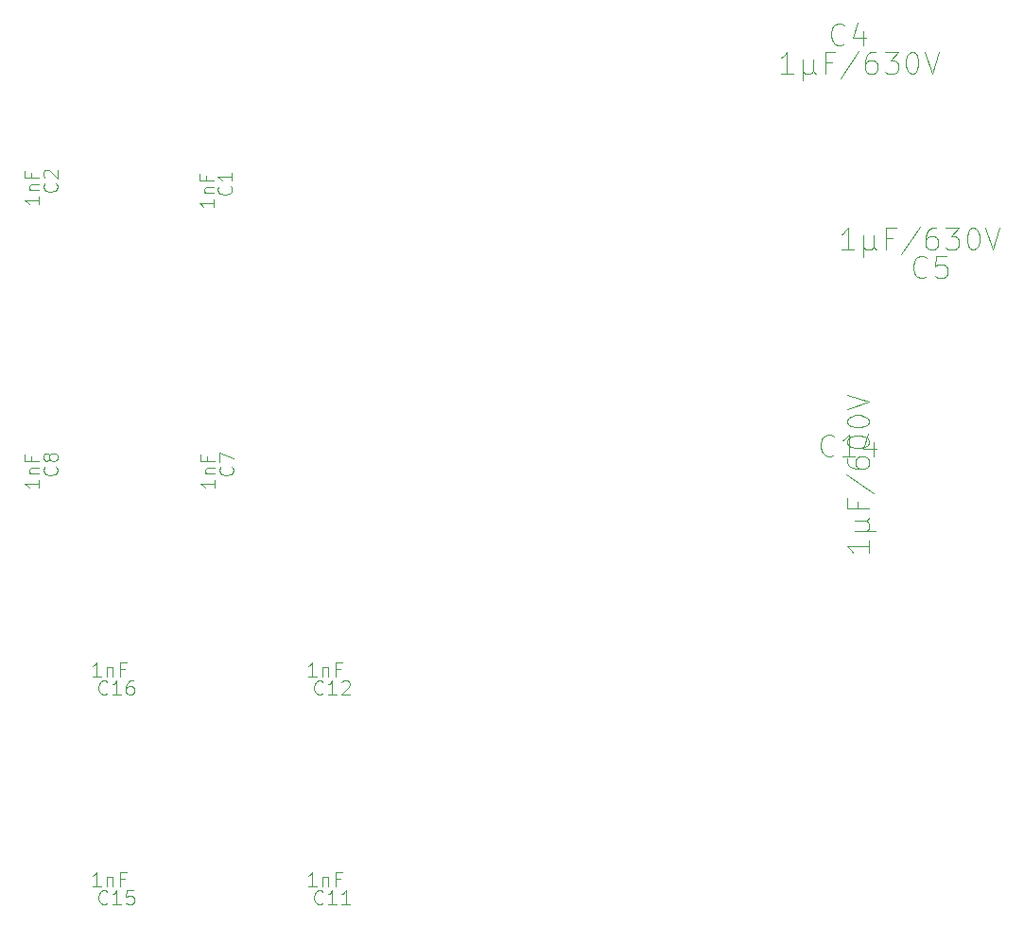
<source format=gbr>
G04 #@! TF.FileFunction,Legend,Bot*
%FSLAX46Y46*%
G04 Gerber Fmt 4.6, Leading zero omitted, Abs format (unit mm)*
G04 Created by KiCad (PCBNEW 4.0.7) date 04/22/18 21:25:17*
%MOMM*%
%LPD*%
G01*
G04 APERTURE LIST*
%ADD10C,0.100000*%
%ADD11C,0.088900*%
G04 APERTURE END LIST*
D10*
D11*
X126170267Y-36935229D02*
X126078343Y-37027152D01*
X125802572Y-37119076D01*
X125618724Y-37119076D01*
X125342952Y-37027152D01*
X125159105Y-36843305D01*
X125067181Y-36659457D01*
X124975257Y-36291762D01*
X124975257Y-36015990D01*
X125067181Y-35648295D01*
X125159105Y-35464448D01*
X125342952Y-35280600D01*
X125618724Y-35188676D01*
X125802572Y-35188676D01*
X126078343Y-35280600D01*
X126170267Y-35372524D01*
X127824895Y-35832143D02*
X127824895Y-37119076D01*
X127365276Y-35096752D02*
X126905657Y-36475610D01*
X128100667Y-36475610D01*
X121574076Y-39659076D02*
X120470990Y-39659076D01*
X121022533Y-39659076D02*
X121022533Y-37728676D01*
X120838685Y-38004448D01*
X120654838Y-38188295D01*
X120470990Y-38280219D01*
X122401390Y-38372143D02*
X122401390Y-40302543D01*
X123320628Y-39383305D02*
X123412552Y-39567152D01*
X123596400Y-39659076D01*
X122401390Y-39383305D02*
X122493314Y-39567152D01*
X122677161Y-39659076D01*
X123044857Y-39659076D01*
X123228704Y-39567152D01*
X123320628Y-39383305D01*
X123320628Y-38372143D01*
X125067181Y-38647914D02*
X124423714Y-38647914D01*
X124423714Y-39659076D02*
X124423714Y-37728676D01*
X125342952Y-37728676D01*
X127457200Y-37636752D02*
X125802572Y-40118695D01*
X128927981Y-37728676D02*
X128560286Y-37728676D01*
X128376438Y-37820600D01*
X128284515Y-37912524D01*
X128100667Y-38188295D01*
X128008743Y-38555990D01*
X128008743Y-39291381D01*
X128100667Y-39475229D01*
X128192591Y-39567152D01*
X128376438Y-39659076D01*
X128744134Y-39659076D01*
X128927981Y-39567152D01*
X129019905Y-39475229D01*
X129111829Y-39291381D01*
X129111829Y-38831762D01*
X129019905Y-38647914D01*
X128927981Y-38555990D01*
X128744134Y-38464067D01*
X128376438Y-38464067D01*
X128192591Y-38555990D01*
X128100667Y-38647914D01*
X128008743Y-38831762D01*
X129755295Y-37728676D02*
X130950305Y-37728676D01*
X130306838Y-38464067D01*
X130582610Y-38464067D01*
X130766457Y-38555990D01*
X130858381Y-38647914D01*
X130950305Y-38831762D01*
X130950305Y-39291381D01*
X130858381Y-39475229D01*
X130766457Y-39567152D01*
X130582610Y-39659076D01*
X130031067Y-39659076D01*
X129847219Y-39567152D01*
X129755295Y-39475229D01*
X132145314Y-37728676D02*
X132329162Y-37728676D01*
X132513010Y-37820600D01*
X132604933Y-37912524D01*
X132696857Y-38096371D01*
X132788781Y-38464067D01*
X132788781Y-38923686D01*
X132696857Y-39291381D01*
X132604933Y-39475229D01*
X132513010Y-39567152D01*
X132329162Y-39659076D01*
X132145314Y-39659076D01*
X131961467Y-39567152D01*
X131869543Y-39475229D01*
X131777619Y-39291381D01*
X131685695Y-38923686D01*
X131685695Y-38464067D01*
X131777619Y-38096371D01*
X131869543Y-37912524D01*
X131961467Y-37820600D01*
X132145314Y-37728676D01*
X133340324Y-37728676D02*
X133983790Y-39659076D01*
X134627257Y-37728676D01*
X133536267Y-57788629D02*
X133444343Y-57880552D01*
X133168572Y-57972476D01*
X132984724Y-57972476D01*
X132708952Y-57880552D01*
X132525105Y-57696705D01*
X132433181Y-57512857D01*
X132341257Y-57145162D01*
X132341257Y-56869390D01*
X132433181Y-56501695D01*
X132525105Y-56317848D01*
X132708952Y-56134000D01*
X132984724Y-56042076D01*
X133168572Y-56042076D01*
X133444343Y-56134000D01*
X133536267Y-56225924D01*
X135282819Y-56042076D02*
X134363581Y-56042076D01*
X134271657Y-56961314D01*
X134363581Y-56869390D01*
X134547429Y-56777467D01*
X135007048Y-56777467D01*
X135190895Y-56869390D01*
X135282819Y-56961314D01*
X135374743Y-57145162D01*
X135374743Y-57604781D01*
X135282819Y-57788629D01*
X135190895Y-57880552D01*
X135007048Y-57972476D01*
X134547429Y-57972476D01*
X134363581Y-57880552D01*
X134271657Y-57788629D01*
X127009676Y-55432476D02*
X125906590Y-55432476D01*
X126458133Y-55432476D02*
X126458133Y-53502076D01*
X126274285Y-53777848D01*
X126090438Y-53961695D01*
X125906590Y-54053619D01*
X127836990Y-54145543D02*
X127836990Y-56075943D01*
X128756228Y-55156705D02*
X128848152Y-55340552D01*
X129032000Y-55432476D01*
X127836990Y-55156705D02*
X127928914Y-55340552D01*
X128112761Y-55432476D01*
X128480457Y-55432476D01*
X128664304Y-55340552D01*
X128756228Y-55156705D01*
X128756228Y-54145543D01*
X130502781Y-54421314D02*
X129859314Y-54421314D01*
X129859314Y-55432476D02*
X129859314Y-53502076D01*
X130778552Y-53502076D01*
X132892800Y-53410152D02*
X131238172Y-55892095D01*
X134363581Y-53502076D02*
X133995886Y-53502076D01*
X133812038Y-53594000D01*
X133720115Y-53685924D01*
X133536267Y-53961695D01*
X133444343Y-54329390D01*
X133444343Y-55064781D01*
X133536267Y-55248629D01*
X133628191Y-55340552D01*
X133812038Y-55432476D01*
X134179734Y-55432476D01*
X134363581Y-55340552D01*
X134455505Y-55248629D01*
X134547429Y-55064781D01*
X134547429Y-54605162D01*
X134455505Y-54421314D01*
X134363581Y-54329390D01*
X134179734Y-54237467D01*
X133812038Y-54237467D01*
X133628191Y-54329390D01*
X133536267Y-54421314D01*
X133444343Y-54605162D01*
X135190895Y-53502076D02*
X136385905Y-53502076D01*
X135742438Y-54237467D01*
X136018210Y-54237467D01*
X136202057Y-54329390D01*
X136293981Y-54421314D01*
X136385905Y-54605162D01*
X136385905Y-55064781D01*
X136293981Y-55248629D01*
X136202057Y-55340552D01*
X136018210Y-55432476D01*
X135466667Y-55432476D01*
X135282819Y-55340552D01*
X135190895Y-55248629D01*
X137580914Y-53502076D02*
X137764762Y-53502076D01*
X137948610Y-53594000D01*
X138040533Y-53685924D01*
X138132457Y-53869771D01*
X138224381Y-54237467D01*
X138224381Y-54697086D01*
X138132457Y-55064781D01*
X138040533Y-55248629D01*
X137948610Y-55340552D01*
X137764762Y-55432476D01*
X137580914Y-55432476D01*
X137397067Y-55340552D01*
X137305143Y-55248629D01*
X137213219Y-55064781D01*
X137121295Y-54697086D01*
X137121295Y-54237467D01*
X137213219Y-53869771D01*
X137305143Y-53685924D01*
X137397067Y-53594000D01*
X137580914Y-53502076D01*
X138775924Y-53502076D02*
X139419390Y-55432476D01*
X140062857Y-53502076D01*
X125251029Y-73765229D02*
X125159105Y-73857152D01*
X124883334Y-73949076D01*
X124699486Y-73949076D01*
X124423714Y-73857152D01*
X124239867Y-73673305D01*
X124147943Y-73489457D01*
X124056019Y-73121762D01*
X124056019Y-72845990D01*
X124147943Y-72478295D01*
X124239867Y-72294448D01*
X124423714Y-72110600D01*
X124699486Y-72018676D01*
X124883334Y-72018676D01*
X125159105Y-72110600D01*
X125251029Y-72202524D01*
X127089505Y-73949076D02*
X125986419Y-73949076D01*
X126537962Y-73949076D02*
X126537962Y-72018676D01*
X126354114Y-72294448D01*
X126170267Y-72478295D01*
X125986419Y-72570219D01*
X128744133Y-72662143D02*
X128744133Y-73949076D01*
X128284514Y-71926752D02*
X127824895Y-73305610D01*
X129019905Y-73305610D01*
X128330476Y-81498924D02*
X128330476Y-82602010D01*
X128330476Y-82050467D02*
X126400076Y-82050467D01*
X126675848Y-82234315D01*
X126859695Y-82418162D01*
X126951619Y-82602010D01*
X127043543Y-80671610D02*
X128973943Y-80671610D01*
X128054705Y-79752372D02*
X128238552Y-79660448D01*
X128330476Y-79476600D01*
X128054705Y-80671610D02*
X128238552Y-80579686D01*
X128330476Y-80395839D01*
X128330476Y-80028143D01*
X128238552Y-79844296D01*
X128054705Y-79752372D01*
X127043543Y-79752372D01*
X127319314Y-78005819D02*
X127319314Y-78649286D01*
X128330476Y-78649286D02*
X126400076Y-78649286D01*
X126400076Y-77730048D01*
X126308152Y-75615800D02*
X128790095Y-77270428D01*
X126400076Y-74145019D02*
X126400076Y-74512714D01*
X126492000Y-74696562D01*
X126583924Y-74788485D01*
X126859695Y-74972333D01*
X127227390Y-75064257D01*
X127962781Y-75064257D01*
X128146629Y-74972333D01*
X128238552Y-74880409D01*
X128330476Y-74696562D01*
X128330476Y-74328866D01*
X128238552Y-74145019D01*
X128146629Y-74053095D01*
X127962781Y-73961171D01*
X127503162Y-73961171D01*
X127319314Y-74053095D01*
X127227390Y-74145019D01*
X127135467Y-74328866D01*
X127135467Y-74696562D01*
X127227390Y-74880409D01*
X127319314Y-74972333D01*
X127503162Y-75064257D01*
X126400076Y-72766162D02*
X126400076Y-72582314D01*
X126492000Y-72398466D01*
X126583924Y-72306543D01*
X126767771Y-72214619D01*
X127135467Y-72122695D01*
X127595086Y-72122695D01*
X127962781Y-72214619D01*
X128146629Y-72306543D01*
X128238552Y-72398466D01*
X128330476Y-72582314D01*
X128330476Y-72766162D01*
X128238552Y-72950009D01*
X128146629Y-73041933D01*
X127962781Y-73133857D01*
X127595086Y-73225781D01*
X127135467Y-73225781D01*
X126767771Y-73133857D01*
X126583924Y-73041933D01*
X126492000Y-72950009D01*
X126400076Y-72766162D01*
X126400076Y-70927686D02*
X126400076Y-70743838D01*
X126492000Y-70559990D01*
X126583924Y-70468067D01*
X126767771Y-70376143D01*
X127135467Y-70284219D01*
X127595086Y-70284219D01*
X127962781Y-70376143D01*
X128146629Y-70468067D01*
X128238552Y-70559990D01*
X128330476Y-70743838D01*
X128330476Y-70927686D01*
X128238552Y-71111533D01*
X128146629Y-71203457D01*
X127962781Y-71295381D01*
X127595086Y-71387305D01*
X127135467Y-71387305D01*
X126767771Y-71295381D01*
X126583924Y-71203457D01*
X126492000Y-71111533D01*
X126400076Y-70927686D01*
X126400076Y-69732676D02*
X128330476Y-69089210D01*
X126400076Y-68445743D01*
X71192571Y-49741667D02*
X71253048Y-49802143D01*
X71313524Y-49983572D01*
X71313524Y-50104524D01*
X71253048Y-50285952D01*
X71132095Y-50406905D01*
X71011143Y-50467381D01*
X70769238Y-50527857D01*
X70587810Y-50527857D01*
X70345905Y-50467381D01*
X70224952Y-50406905D01*
X70104000Y-50285952D01*
X70043524Y-50104524D01*
X70043524Y-49983572D01*
X70104000Y-49802143D01*
X70164476Y-49741667D01*
X71313524Y-48532143D02*
X71313524Y-49257857D01*
X71313524Y-48895000D02*
X70043524Y-48895000D01*
X70224952Y-49015952D01*
X70345905Y-49136905D01*
X70406381Y-49257857D01*
X69662524Y-50920952D02*
X69662524Y-51646666D01*
X69662524Y-51283809D02*
X68392524Y-51283809D01*
X68573952Y-51404761D01*
X68694905Y-51525714D01*
X68755381Y-51646666D01*
X68815857Y-50376666D02*
X69662524Y-50376666D01*
X68936810Y-50376666D02*
X68876333Y-50316190D01*
X68815857Y-50195237D01*
X68815857Y-50013809D01*
X68876333Y-49892857D01*
X68997286Y-49832380D01*
X69662524Y-49832380D01*
X68997286Y-48804285D02*
X68997286Y-49227618D01*
X69662524Y-49227618D02*
X68392524Y-49227618D01*
X68392524Y-48622856D01*
X55571571Y-49487667D02*
X55632048Y-49548143D01*
X55692524Y-49729572D01*
X55692524Y-49850524D01*
X55632048Y-50031952D01*
X55511095Y-50152905D01*
X55390143Y-50213381D01*
X55148238Y-50273857D01*
X54966810Y-50273857D01*
X54724905Y-50213381D01*
X54603952Y-50152905D01*
X54483000Y-50031952D01*
X54422524Y-49850524D01*
X54422524Y-49729572D01*
X54483000Y-49548143D01*
X54543476Y-49487667D01*
X54543476Y-49003857D02*
X54483000Y-48943381D01*
X54422524Y-48822429D01*
X54422524Y-48520048D01*
X54483000Y-48399095D01*
X54543476Y-48338619D01*
X54664429Y-48278143D01*
X54785381Y-48278143D01*
X54966810Y-48338619D01*
X55692524Y-49064333D01*
X55692524Y-48278143D01*
X54041524Y-50666952D02*
X54041524Y-51392666D01*
X54041524Y-51029809D02*
X52771524Y-51029809D01*
X52952952Y-51150761D01*
X53073905Y-51271714D01*
X53134381Y-51392666D01*
X53194857Y-50122666D02*
X54041524Y-50122666D01*
X53315810Y-50122666D02*
X53255333Y-50062190D01*
X53194857Y-49941237D01*
X53194857Y-49759809D01*
X53255333Y-49638857D01*
X53376286Y-49578380D01*
X54041524Y-49578380D01*
X53376286Y-48550285D02*
X53376286Y-48973618D01*
X54041524Y-48973618D02*
X52771524Y-48973618D01*
X52771524Y-48368856D01*
X71319571Y-74887667D02*
X71380048Y-74948143D01*
X71440524Y-75129572D01*
X71440524Y-75250524D01*
X71380048Y-75431952D01*
X71259095Y-75552905D01*
X71138143Y-75613381D01*
X70896238Y-75673857D01*
X70714810Y-75673857D01*
X70472905Y-75613381D01*
X70351952Y-75552905D01*
X70231000Y-75431952D01*
X70170524Y-75250524D01*
X70170524Y-75129572D01*
X70231000Y-74948143D01*
X70291476Y-74887667D01*
X70170524Y-74464333D02*
X70170524Y-73617667D01*
X71440524Y-74161952D01*
X69789524Y-76066952D02*
X69789524Y-76792666D01*
X69789524Y-76429809D02*
X68519524Y-76429809D01*
X68700952Y-76550761D01*
X68821905Y-76671714D01*
X68882381Y-76792666D01*
X68942857Y-75522666D02*
X69789524Y-75522666D01*
X69063810Y-75522666D02*
X69003333Y-75462190D01*
X68942857Y-75341237D01*
X68942857Y-75159809D01*
X69003333Y-75038857D01*
X69124286Y-74978380D01*
X69789524Y-74978380D01*
X69124286Y-73950285D02*
X69124286Y-74373618D01*
X69789524Y-74373618D02*
X68519524Y-74373618D01*
X68519524Y-73768856D01*
X55571571Y-74887667D02*
X55632048Y-74948143D01*
X55692524Y-75129572D01*
X55692524Y-75250524D01*
X55632048Y-75431952D01*
X55511095Y-75552905D01*
X55390143Y-75613381D01*
X55148238Y-75673857D01*
X54966810Y-75673857D01*
X54724905Y-75613381D01*
X54603952Y-75552905D01*
X54483000Y-75431952D01*
X54422524Y-75250524D01*
X54422524Y-75129572D01*
X54483000Y-74948143D01*
X54543476Y-74887667D01*
X54966810Y-74161952D02*
X54906333Y-74282905D01*
X54845857Y-74343381D01*
X54724905Y-74403857D01*
X54664429Y-74403857D01*
X54543476Y-74343381D01*
X54483000Y-74282905D01*
X54422524Y-74161952D01*
X54422524Y-73920048D01*
X54483000Y-73799095D01*
X54543476Y-73738619D01*
X54664429Y-73678143D01*
X54724905Y-73678143D01*
X54845857Y-73738619D01*
X54906333Y-73799095D01*
X54966810Y-73920048D01*
X54966810Y-74161952D01*
X55027286Y-74282905D01*
X55087762Y-74343381D01*
X55208714Y-74403857D01*
X55450619Y-74403857D01*
X55571571Y-74343381D01*
X55632048Y-74282905D01*
X55692524Y-74161952D01*
X55692524Y-73920048D01*
X55632048Y-73799095D01*
X55571571Y-73738619D01*
X55450619Y-73678143D01*
X55208714Y-73678143D01*
X55087762Y-73738619D01*
X55027286Y-73799095D01*
X54966810Y-73920048D01*
X54041524Y-76066952D02*
X54041524Y-76792666D01*
X54041524Y-76429809D02*
X52771524Y-76429809D01*
X52952952Y-76550761D01*
X53073905Y-76671714D01*
X53134381Y-76792666D01*
X53194857Y-75522666D02*
X54041524Y-75522666D01*
X53315810Y-75522666D02*
X53255333Y-75462190D01*
X53194857Y-75341237D01*
X53194857Y-75159809D01*
X53255333Y-75038857D01*
X53376286Y-74978380D01*
X54041524Y-74978380D01*
X53376286Y-73950285D02*
X53376286Y-74373618D01*
X54041524Y-74373618D02*
X52771524Y-74373618D01*
X52771524Y-73768856D01*
X79447571Y-113991571D02*
X79387095Y-114052048D01*
X79205666Y-114112524D01*
X79084714Y-114112524D01*
X78903286Y-114052048D01*
X78782333Y-113931095D01*
X78721857Y-113810143D01*
X78661381Y-113568238D01*
X78661381Y-113386810D01*
X78721857Y-113144905D01*
X78782333Y-113023952D01*
X78903286Y-112903000D01*
X79084714Y-112842524D01*
X79205666Y-112842524D01*
X79387095Y-112903000D01*
X79447571Y-112963476D01*
X80657095Y-114112524D02*
X79931381Y-114112524D01*
X80294238Y-114112524D02*
X80294238Y-112842524D01*
X80173286Y-113023952D01*
X80052333Y-113144905D01*
X79931381Y-113205381D01*
X81866619Y-114112524D02*
X81140905Y-114112524D01*
X81503762Y-114112524D02*
X81503762Y-112842524D01*
X81382810Y-113023952D01*
X81261857Y-113144905D01*
X81140905Y-113205381D01*
X78873048Y-112461524D02*
X78147334Y-112461524D01*
X78510191Y-112461524D02*
X78510191Y-111191524D01*
X78389239Y-111372952D01*
X78268286Y-111493905D01*
X78147334Y-111554381D01*
X79417334Y-111614857D02*
X79417334Y-112461524D01*
X79417334Y-111735810D02*
X79477810Y-111675333D01*
X79598763Y-111614857D01*
X79780191Y-111614857D01*
X79901143Y-111675333D01*
X79961620Y-111796286D01*
X79961620Y-112461524D01*
X80989715Y-111796286D02*
X80566382Y-111796286D01*
X80566382Y-112461524D02*
X80566382Y-111191524D01*
X81171144Y-111191524D01*
X79447571Y-95195571D02*
X79387095Y-95256048D01*
X79205666Y-95316524D01*
X79084714Y-95316524D01*
X78903286Y-95256048D01*
X78782333Y-95135095D01*
X78721857Y-95014143D01*
X78661381Y-94772238D01*
X78661381Y-94590810D01*
X78721857Y-94348905D01*
X78782333Y-94227952D01*
X78903286Y-94107000D01*
X79084714Y-94046524D01*
X79205666Y-94046524D01*
X79387095Y-94107000D01*
X79447571Y-94167476D01*
X80657095Y-95316524D02*
X79931381Y-95316524D01*
X80294238Y-95316524D02*
X80294238Y-94046524D01*
X80173286Y-94227952D01*
X80052333Y-94348905D01*
X79931381Y-94409381D01*
X81140905Y-94167476D02*
X81201381Y-94107000D01*
X81322333Y-94046524D01*
X81624714Y-94046524D01*
X81745667Y-94107000D01*
X81806143Y-94167476D01*
X81866619Y-94288429D01*
X81866619Y-94409381D01*
X81806143Y-94590810D01*
X81080429Y-95316524D01*
X81866619Y-95316524D01*
X78873048Y-93665524D02*
X78147334Y-93665524D01*
X78510191Y-93665524D02*
X78510191Y-92395524D01*
X78389239Y-92576952D01*
X78268286Y-92697905D01*
X78147334Y-92758381D01*
X79417334Y-92818857D02*
X79417334Y-93665524D01*
X79417334Y-92939810D02*
X79477810Y-92879333D01*
X79598763Y-92818857D01*
X79780191Y-92818857D01*
X79901143Y-92879333D01*
X79961620Y-93000286D01*
X79961620Y-93665524D01*
X80989715Y-93000286D02*
X80566382Y-93000286D01*
X80566382Y-93665524D02*
X80566382Y-92395524D01*
X81171144Y-92395524D01*
X60143571Y-113991571D02*
X60083095Y-114052048D01*
X59901666Y-114112524D01*
X59780714Y-114112524D01*
X59599286Y-114052048D01*
X59478333Y-113931095D01*
X59417857Y-113810143D01*
X59357381Y-113568238D01*
X59357381Y-113386810D01*
X59417857Y-113144905D01*
X59478333Y-113023952D01*
X59599286Y-112903000D01*
X59780714Y-112842524D01*
X59901666Y-112842524D01*
X60083095Y-112903000D01*
X60143571Y-112963476D01*
X61353095Y-114112524D02*
X60627381Y-114112524D01*
X60990238Y-114112524D02*
X60990238Y-112842524D01*
X60869286Y-113023952D01*
X60748333Y-113144905D01*
X60627381Y-113205381D01*
X62502143Y-112842524D02*
X61897381Y-112842524D01*
X61836905Y-113447286D01*
X61897381Y-113386810D01*
X62018333Y-113326333D01*
X62320714Y-113326333D01*
X62441667Y-113386810D01*
X62502143Y-113447286D01*
X62562619Y-113568238D01*
X62562619Y-113870619D01*
X62502143Y-113991571D01*
X62441667Y-114052048D01*
X62320714Y-114112524D01*
X62018333Y-114112524D01*
X61897381Y-114052048D01*
X61836905Y-113991571D01*
X59569048Y-112461524D02*
X58843334Y-112461524D01*
X59206191Y-112461524D02*
X59206191Y-111191524D01*
X59085239Y-111372952D01*
X58964286Y-111493905D01*
X58843334Y-111554381D01*
X60113334Y-111614857D02*
X60113334Y-112461524D01*
X60113334Y-111735810D02*
X60173810Y-111675333D01*
X60294763Y-111614857D01*
X60476191Y-111614857D01*
X60597143Y-111675333D01*
X60657620Y-111796286D01*
X60657620Y-112461524D01*
X61685715Y-111796286D02*
X61262382Y-111796286D01*
X61262382Y-112461524D02*
X61262382Y-111191524D01*
X61867144Y-111191524D01*
X60143571Y-95195571D02*
X60083095Y-95256048D01*
X59901666Y-95316524D01*
X59780714Y-95316524D01*
X59599286Y-95256048D01*
X59478333Y-95135095D01*
X59417857Y-95014143D01*
X59357381Y-94772238D01*
X59357381Y-94590810D01*
X59417857Y-94348905D01*
X59478333Y-94227952D01*
X59599286Y-94107000D01*
X59780714Y-94046524D01*
X59901666Y-94046524D01*
X60083095Y-94107000D01*
X60143571Y-94167476D01*
X61353095Y-95316524D02*
X60627381Y-95316524D01*
X60990238Y-95316524D02*
X60990238Y-94046524D01*
X60869286Y-94227952D01*
X60748333Y-94348905D01*
X60627381Y-94409381D01*
X62441667Y-94046524D02*
X62199762Y-94046524D01*
X62078810Y-94107000D01*
X62018333Y-94167476D01*
X61897381Y-94348905D01*
X61836905Y-94590810D01*
X61836905Y-95074619D01*
X61897381Y-95195571D01*
X61957857Y-95256048D01*
X62078810Y-95316524D01*
X62320714Y-95316524D01*
X62441667Y-95256048D01*
X62502143Y-95195571D01*
X62562619Y-95074619D01*
X62562619Y-94772238D01*
X62502143Y-94651286D01*
X62441667Y-94590810D01*
X62320714Y-94530333D01*
X62078810Y-94530333D01*
X61957857Y-94590810D01*
X61897381Y-94651286D01*
X61836905Y-94772238D01*
X59569048Y-93665524D02*
X58843334Y-93665524D01*
X59206191Y-93665524D02*
X59206191Y-92395524D01*
X59085239Y-92576952D01*
X58964286Y-92697905D01*
X58843334Y-92758381D01*
X60113334Y-92818857D02*
X60113334Y-93665524D01*
X60113334Y-92939810D02*
X60173810Y-92879333D01*
X60294763Y-92818857D01*
X60476191Y-92818857D01*
X60597143Y-92879333D01*
X60657620Y-93000286D01*
X60657620Y-93665524D01*
X61685715Y-93000286D02*
X61262382Y-93000286D01*
X61262382Y-93665524D02*
X61262382Y-92395524D01*
X61867144Y-92395524D01*
M02*

</source>
